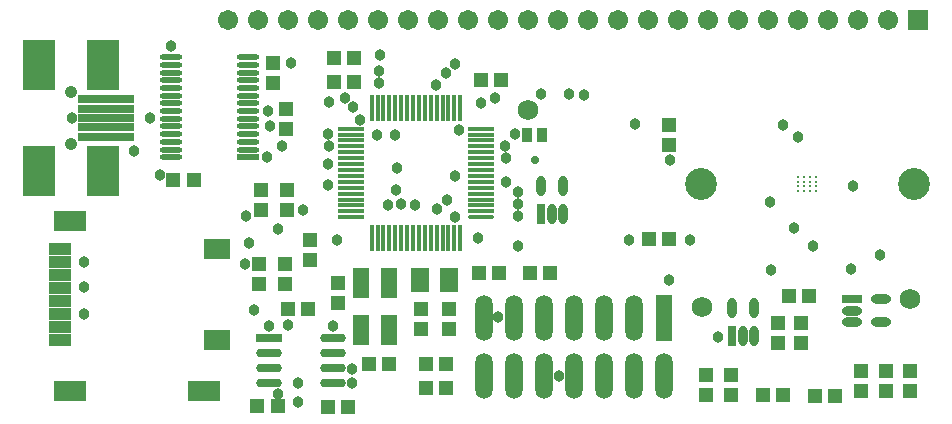
<source format=gts>
G04 Layer_Color=8388736*
%FSLAX43Y43*%
%MOMM*%
G71*
G01*
G75*
%ADD50R,1.203X1.303*%
%ADD51O,0.803X1.703*%
%ADD52R,0.803X1.703*%
%ADD53R,1.303X1.203*%
%ADD54O,1.473X3.883*%
%ADD55R,1.473X3.883*%
%ADD56R,2.203X0.753*%
%ADD57O,2.203X0.753*%
%ADD58R,4.703X0.703*%
%ADD59R,2.703X4.203*%
%ADD60R,0.883X1.203*%
%ADD61C,0.711*%
%ADD62O,1.703X0.803*%
%ADD63R,1.703X0.803*%
%ADD64C,0.302*%
%ADD65R,0.423X2.203*%
%ADD66R,2.203X0.423*%
%ADD67O,2.203X0.423*%
%ADD68R,1.603X2.103*%
%ADD69R,1.403X2.503*%
%ADD70R,1.903X0.503*%
%ADD71O,1.903X0.503*%
%ADD72R,2.203X1.703*%
%ADD73R,2.703X1.703*%
%ADD74R,1.953X1.003*%
%ADD75C,0.965*%
%ADD76C,1.727*%
%ADD77C,1.053*%
%ADD78R,1.703X1.703*%
%ADD79C,1.703*%
%ADD80C,2.703*%
D50*
X70536Y59180D02*
D03*
Y57480D02*
D03*
X68417Y55414D02*
D03*
Y57114D02*
D03*
X66218Y55397D02*
D03*
Y57097D02*
D03*
X67412Y74166D02*
D03*
Y72466D02*
D03*
X68504Y68529D02*
D03*
Y70229D02*
D03*
X112116Y50470D02*
D03*
Y52170D02*
D03*
X110109Y50444D02*
D03*
Y52144D02*
D03*
X106172Y47727D02*
D03*
Y46027D02*
D03*
X104038Y47727D02*
D03*
Y46027D02*
D03*
X66396Y63398D02*
D03*
Y61698D02*
D03*
X100912Y68934D02*
D03*
Y67234D02*
D03*
X121336Y48080D02*
D03*
Y46380D02*
D03*
X119253Y48082D02*
D03*
Y46382D02*
D03*
X117196Y48057D02*
D03*
Y46357D02*
D03*
X72898Y55497D02*
D03*
Y53797D02*
D03*
X82245Y53338D02*
D03*
Y51638D02*
D03*
X79883Y53340D02*
D03*
Y51640D02*
D03*
X68580Y63398D02*
D03*
Y61698D02*
D03*
D51*
X108113Y53403D02*
D03*
X106213D02*
D03*
X108113Y51003D02*
D03*
X107163D02*
D03*
X91973Y63729D02*
D03*
X90073D02*
D03*
X91973Y61329D02*
D03*
X91023D02*
D03*
D52*
X106213Y51003D02*
D03*
X90073Y61329D02*
D03*
D53*
X90829Y56363D02*
D03*
X89129D02*
D03*
X82067Y46609D02*
D03*
X80367D02*
D03*
X70333Y53315D02*
D03*
X68633D02*
D03*
X86538Y56337D02*
D03*
X84838D02*
D03*
X58953Y64211D02*
D03*
X60653D02*
D03*
X111051Y54432D02*
D03*
X112751D02*
D03*
X99212Y59207D02*
D03*
X100912D02*
D03*
X82042Y48666D02*
D03*
X80342D02*
D03*
X113284Y45974D02*
D03*
X114984D02*
D03*
X110566Y45999D02*
D03*
X108866D02*
D03*
X85014Y72720D02*
D03*
X86714D02*
D03*
X77241Y48666D02*
D03*
X75541D02*
D03*
X72570Y72568D02*
D03*
X74270D02*
D03*
X72570Y74549D02*
D03*
X74270D02*
D03*
X67765Y45060D02*
D03*
X66065D02*
D03*
X73736Y45034D02*
D03*
X72036D02*
D03*
D54*
X85217Y47628D02*
D03*
X87757D02*
D03*
X85217Y52578D02*
D03*
X90297D02*
D03*
X87757D02*
D03*
X90297Y47628D02*
D03*
X92837D02*
D03*
X95377D02*
D03*
X97917D02*
D03*
X100457D02*
D03*
X92837Y52578D02*
D03*
X95377D02*
D03*
X97917D02*
D03*
D55*
X100457D02*
D03*
D56*
X67041Y50825D02*
D03*
D57*
Y49555D02*
D03*
Y48285D02*
D03*
Y47015D02*
D03*
X72441Y50825D02*
D03*
Y49555D02*
D03*
Y48285D02*
D03*
Y47015D02*
D03*
D58*
X53237Y71085D02*
D03*
Y70285D02*
D03*
Y67885D02*
D03*
Y68685D02*
D03*
Y69485D02*
D03*
D59*
X52987Y73935D02*
D03*
X47537D02*
D03*
X52987Y65035D02*
D03*
X47537D02*
D03*
D60*
X90145Y68071D02*
D03*
X88925D02*
D03*
D61*
X89560Y65912D02*
D03*
D62*
X118821Y52222D02*
D03*
Y54122D02*
D03*
X116421Y52222D02*
D03*
Y53172D02*
D03*
D63*
Y54122D02*
D03*
D64*
X111870Y64497D02*
D03*
Y64097D02*
D03*
Y63697D02*
D03*
Y63297D02*
D03*
X112370Y64497D02*
D03*
Y64097D02*
D03*
Y63697D02*
D03*
Y63297D02*
D03*
X112870Y64497D02*
D03*
Y64097D02*
D03*
Y63697D02*
D03*
Y63297D02*
D03*
X113370Y64497D02*
D03*
Y64097D02*
D03*
Y63697D02*
D03*
Y63297D02*
D03*
D65*
X83232Y59333D02*
D03*
X82732D02*
D03*
X82232D02*
D03*
X81732D02*
D03*
X81232D02*
D03*
X80732D02*
D03*
X80232D02*
D03*
X79732D02*
D03*
X79232D02*
D03*
X78732D02*
D03*
X78232D02*
D03*
X77732D02*
D03*
X77232D02*
D03*
X76732D02*
D03*
X76232D02*
D03*
X75732D02*
D03*
Y70333D02*
D03*
X76232D02*
D03*
X76732D02*
D03*
X77232D02*
D03*
X77732D02*
D03*
X78232D02*
D03*
X78732D02*
D03*
X79232D02*
D03*
X79732D02*
D03*
X80232D02*
D03*
X80732D02*
D03*
X81232D02*
D03*
X81732D02*
D03*
X82232D02*
D03*
X82732D02*
D03*
X83232D02*
D03*
D66*
X73982Y61083D02*
D03*
Y61583D02*
D03*
Y62083D02*
D03*
Y62583D02*
D03*
Y63083D02*
D03*
Y63583D02*
D03*
Y64083D02*
D03*
Y64583D02*
D03*
Y65083D02*
D03*
Y65583D02*
D03*
Y66083D02*
D03*
Y66583D02*
D03*
Y67083D02*
D03*
Y67583D02*
D03*
Y68083D02*
D03*
Y68583D02*
D03*
X84982D02*
D03*
Y68083D02*
D03*
Y67583D02*
D03*
Y67083D02*
D03*
Y66583D02*
D03*
Y66083D02*
D03*
Y65583D02*
D03*
Y65083D02*
D03*
Y64583D02*
D03*
Y64083D02*
D03*
Y63583D02*
D03*
Y63083D02*
D03*
Y62583D02*
D03*
Y62083D02*
D03*
Y61583D02*
D03*
D67*
Y61083D02*
D03*
D68*
X79845Y55753D02*
D03*
X82245D02*
D03*
D69*
X74841Y55511D02*
D03*
Y51511D02*
D03*
X77241Y55511D02*
D03*
Y51511D02*
D03*
D70*
X65253Y66168D02*
D03*
D71*
Y66818D02*
D03*
Y67468D02*
D03*
Y68118D02*
D03*
Y68768D02*
D03*
Y69418D02*
D03*
Y70068D02*
D03*
Y70718D02*
D03*
Y71368D02*
D03*
Y72018D02*
D03*
Y72668D02*
D03*
Y73318D02*
D03*
Y73968D02*
D03*
Y74618D02*
D03*
X58703Y66168D02*
D03*
Y66818D02*
D03*
Y67468D02*
D03*
Y68118D02*
D03*
Y68768D02*
D03*
Y69418D02*
D03*
Y70068D02*
D03*
Y70718D02*
D03*
Y71368D02*
D03*
Y72018D02*
D03*
Y72668D02*
D03*
Y73318D02*
D03*
Y73968D02*
D03*
Y74618D02*
D03*
D72*
X62666Y58378D02*
D03*
Y50678D02*
D03*
D73*
X50227Y60763D02*
D03*
X61566Y46373D02*
D03*
X50227D02*
D03*
D74*
X49352Y50718D02*
D03*
Y51818D02*
D03*
Y52918D02*
D03*
Y54018D02*
D03*
Y55118D02*
D03*
Y56218D02*
D03*
Y57318D02*
D03*
Y58418D02*
D03*
D75*
X66919Y70068D02*
D03*
X68631Y51994D02*
D03*
X86208Y71171D02*
D03*
X67767Y46101D02*
D03*
X82829Y61112D02*
D03*
X69952Y61697D02*
D03*
X72111Y70866D02*
D03*
X65024Y57097D02*
D03*
X83134Y68478D02*
D03*
X57785Y64643D02*
D03*
X55626Y66650D02*
D03*
X65075Y61163D02*
D03*
X67793Y60046D02*
D03*
X65380Y58928D02*
D03*
X65735Y53238D02*
D03*
X69520Y45415D02*
D03*
X87884Y68123D02*
D03*
X102667Y59182D02*
D03*
X72161Y67081D02*
D03*
X68174D02*
D03*
X68885Y74168D02*
D03*
X84760Y59284D02*
D03*
X84963Y70714D02*
D03*
X105029Y50978D02*
D03*
X91592Y47625D02*
D03*
X86436Y52603D02*
D03*
X90094Y71552D02*
D03*
X92456Y71501D02*
D03*
X93675Y71450D02*
D03*
X81153Y72314D02*
D03*
X82017Y73279D02*
D03*
X82753Y74066D02*
D03*
X56998Y69494D02*
D03*
X67056Y51892D02*
D03*
X72466Y51841D02*
D03*
X116357Y56693D02*
D03*
X82144Y62509D02*
D03*
X81232Y61801D02*
D03*
X74760Y69274D02*
D03*
X74092Y47015D02*
D03*
Y48260D02*
D03*
X69520Y47015D02*
D03*
X77749Y68072D02*
D03*
X76225D02*
D03*
X72060Y68123D02*
D03*
X72009Y63779D02*
D03*
Y65608D02*
D03*
X74193Y70383D02*
D03*
X72769Y59180D02*
D03*
X100889Y55804D02*
D03*
X100990Y65888D02*
D03*
X77826Y63398D02*
D03*
X77851Y65253D02*
D03*
X76352Y72441D02*
D03*
X76327Y73457D02*
D03*
X66877Y66168D02*
D03*
X67107Y68783D02*
D03*
X79375Y62154D02*
D03*
X78232Y62205D02*
D03*
X77089Y62154D02*
D03*
X87020Y67107D02*
D03*
X87071Y66065D02*
D03*
X82779Y64567D02*
D03*
X88138Y58623D02*
D03*
Y61214D02*
D03*
Y62205D02*
D03*
X88113Y63195D02*
D03*
X87097Y64084D02*
D03*
X98069Y68986D02*
D03*
X97561Y59182D02*
D03*
X116459Y63729D02*
D03*
X113106Y58649D02*
D03*
X111531Y60147D02*
D03*
X109550Y56642D02*
D03*
X118783Y57884D02*
D03*
X109423Y62408D02*
D03*
X110566Y68859D02*
D03*
X111836Y67843D02*
D03*
X50368Y69485D02*
D03*
X58725Y75540D02*
D03*
X51384Y55169D02*
D03*
Y52908D02*
D03*
X51359Y57328D02*
D03*
X73482Y71145D02*
D03*
X76454Y74828D02*
D03*
D76*
X88976Y70155D02*
D03*
X121336Y54153D02*
D03*
X103708Y53442D02*
D03*
D77*
X50292Y67285D02*
D03*
Y71685D02*
D03*
D78*
X121996Y77749D02*
D03*
D79*
X63576D02*
D03*
X66116D02*
D03*
X68656D02*
D03*
X71196D02*
D03*
X73736D02*
D03*
X76276D02*
D03*
X78816D02*
D03*
X81356D02*
D03*
X83896D02*
D03*
X86436D02*
D03*
X88976D02*
D03*
X91516D02*
D03*
X94056D02*
D03*
X96596D02*
D03*
X99136D02*
D03*
X101676D02*
D03*
X104216D02*
D03*
X106756D02*
D03*
X109296D02*
D03*
X111836D02*
D03*
X114376D02*
D03*
X116916D02*
D03*
X119456D02*
D03*
D80*
X121620Y63897D02*
D03*
X103620D02*
D03*
M02*

</source>
